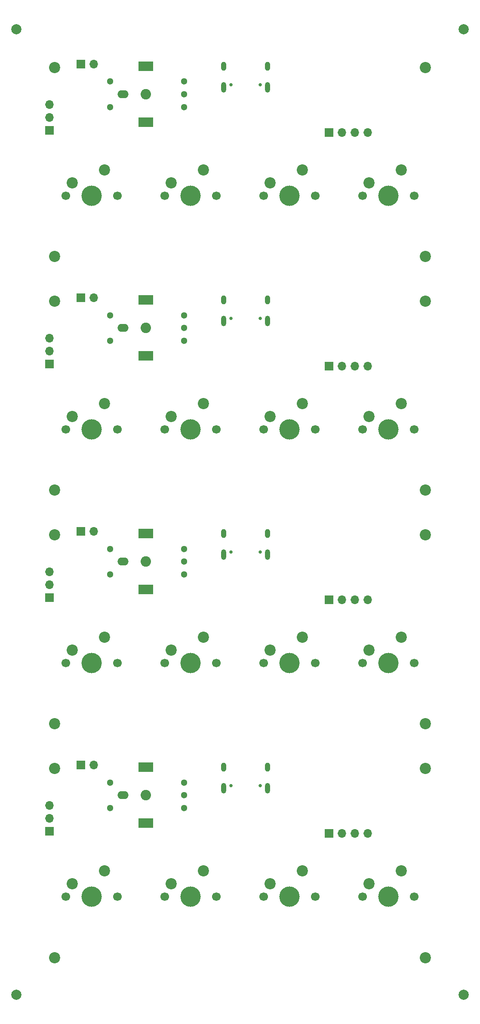
<source format=gbr>
%TF.GenerationSoftware,KiCad,Pcbnew,8.0.0*%
%TF.CreationDate,2024-03-25T13:22:01-05:00*%
%TF.ProjectId,MiniMastermindPanel,4d696e69-4d61-4737-9465-726d696e6450,rev?*%
%TF.SameCoordinates,Original*%
%TF.FileFunction,Soldermask,Bot*%
%TF.FilePolarity,Negative*%
%FSLAX46Y46*%
G04 Gerber Fmt 4.6, Leading zero omitted, Abs format (unit mm)*
G04 Created by KiCad (PCBNEW 8.0.0) date 2024-03-25 13:22:01*
%MOMM*%
%LPD*%
G01*
G04 APERTURE LIST*
%ADD10C,1.000000*%
%ADD11C,2.000000*%
%ADD12R,1.700000X1.700000*%
%ADD13O,1.700000X1.700000*%
%ADD14C,0.650000*%
%ADD15O,1.000000X2.100000*%
%ADD16O,1.000000X1.800000*%
%ADD17C,1.700000*%
%ADD18C,4.000000*%
%ADD19C,2.200000*%
%ADD20R,3.000000X1.900000*%
%ADD21O,2.200000X1.550000*%
%ADD22C,2.050000*%
%ADD23C,1.300000*%
G04 APERTURE END LIST*
D10*
%TO.C,KiKit_FID_B_1*%
X104510650Y-22500000D03*
%TD*%
%TO.C,KiKit_FID_B_3*%
X104510650Y-212414720D03*
%TD*%
%TO.C,KiKit_FID_B_4*%
X192489350Y-212414720D03*
%TD*%
%TO.C,KiKit_FID_B_2*%
X192489350Y-22500000D03*
%TD*%
D11*
%TO.C,KiKit_TO_3*%
X104510650Y-212414720D03*
%TD*%
D12*
%TO.C,J3*%
X166010650Y-180736040D03*
D13*
X168550650Y-180736040D03*
X171090650Y-180736040D03*
X173630650Y-180736040D03*
%TD*%
D14*
%TO.C,J4*%
X152500650Y-79366180D03*
X146720650Y-79366180D03*
D15*
X153930650Y-79866180D03*
D16*
X153930650Y-75716180D03*
D15*
X145290650Y-79866180D03*
D16*
X145290650Y-75716180D03*
%TD*%
D17*
%TO.C,SW1*%
X114250650Y-101178680D03*
D18*
X119330650Y-101178680D03*
D17*
X124410650Y-101178680D03*
D19*
X121870650Y-96098680D03*
X115520650Y-98638680D03*
%TD*%
%TO.C,H2*%
X185010650Y-121957360D03*
%TD*%
D11*
%TO.C,KiKit_TO_4*%
X192489350Y-212414720D03*
%TD*%
D17*
%TO.C,SW5*%
X172650650Y-147157360D03*
D18*
X177730650Y-147157360D03*
D17*
X182810650Y-147157360D03*
D19*
X180270650Y-142077360D03*
X173920650Y-144617360D03*
%TD*%
D20*
%TO.C,SW2*%
X129960650Y-178686040D03*
D21*
X125460650Y-173186040D03*
D22*
X129960650Y-173186040D03*
D20*
X129960650Y-167686040D03*
D23*
X137460650Y-175686040D03*
X137460650Y-170686040D03*
X137460650Y-173186040D03*
X122960650Y-175686040D03*
X122960650Y-170686040D03*
%TD*%
D12*
%TO.C,J5*%
X117135650Y-75278680D03*
D13*
X119675650Y-75278680D03*
%TD*%
D19*
%TO.C,H3*%
X112010650Y-67200000D03*
%TD*%
%TO.C,H1*%
X112010650Y-75978680D03*
%TD*%
%TO.C,H4*%
X185010650Y-205136040D03*
%TD*%
D17*
%TO.C,SW1*%
X114250650Y-193136040D03*
D18*
X119330650Y-193136040D03*
D17*
X124410650Y-193136040D03*
D19*
X121870650Y-188056040D03*
X115520650Y-190596040D03*
%TD*%
D17*
%TO.C,SW3*%
X133717316Y-193136040D03*
D18*
X138797316Y-193136040D03*
D17*
X143877316Y-193136040D03*
D19*
X141337316Y-188056040D03*
X134987316Y-190596040D03*
%TD*%
%TO.C,H2*%
X185010650Y-30000000D03*
%TD*%
D12*
%TO.C,J5*%
X117135650Y-167236040D03*
D13*
X119675650Y-167236040D03*
%TD*%
D14*
%TO.C,J4*%
X152500650Y-33387500D03*
X146720650Y-33387500D03*
D15*
X153930650Y-33887500D03*
D16*
X153930650Y-29737500D03*
D15*
X145290650Y-33887500D03*
D16*
X145290650Y-29737500D03*
%TD*%
D19*
%TO.C,H2*%
X185010650Y-167936040D03*
%TD*%
D12*
%TO.C,J3*%
X166010650Y-88778680D03*
D13*
X168550650Y-88778680D03*
X171090650Y-88778680D03*
X173630650Y-88778680D03*
%TD*%
D19*
%TO.C,H1*%
X112010650Y-121957360D03*
%TD*%
%TO.C,H1*%
X112010650Y-30000000D03*
%TD*%
D17*
%TO.C,SW4*%
X153183982Y-147157360D03*
D18*
X158263982Y-147157360D03*
D17*
X163343982Y-147157360D03*
D19*
X160803982Y-142077360D03*
X154453982Y-144617360D03*
%TD*%
D17*
%TO.C,SW5*%
X172650650Y-101178680D03*
D18*
X177730650Y-101178680D03*
D17*
X182810650Y-101178680D03*
D19*
X180270650Y-96098680D03*
X173920650Y-98638680D03*
%TD*%
%TO.C,H4*%
X185010650Y-67200000D03*
%TD*%
D17*
%TO.C,SW4*%
X153183982Y-101178680D03*
D18*
X158263982Y-101178680D03*
D17*
X163343982Y-101178680D03*
D19*
X160803982Y-96098680D03*
X154453982Y-98638680D03*
%TD*%
D20*
%TO.C,SW2*%
X129960650Y-40750000D03*
D21*
X125460650Y-35250000D03*
D22*
X129960650Y-35250000D03*
D20*
X129960650Y-29750000D03*
D23*
X137460650Y-37750000D03*
X137460650Y-32750000D03*
X137460650Y-35250000D03*
X122960650Y-37750000D03*
X122960650Y-32750000D03*
%TD*%
D19*
%TO.C,H4*%
X185010650Y-113178680D03*
%TD*%
D20*
%TO.C,SW2*%
X129960650Y-86728680D03*
D21*
X125460650Y-81228680D03*
D22*
X129960650Y-81228680D03*
D20*
X129960650Y-75728680D03*
D23*
X137460650Y-83728680D03*
X137460650Y-78728680D03*
X137460650Y-81228680D03*
X122960650Y-83728680D03*
X122960650Y-78728680D03*
%TD*%
D19*
%TO.C,H3*%
X112010650Y-205136040D03*
%TD*%
D12*
%TO.C,J3*%
X166010650Y-134757360D03*
D13*
X168550650Y-134757360D03*
X171090650Y-134757360D03*
X173630650Y-134757360D03*
%TD*%
D11*
%TO.C,KiKit_TO_2*%
X192489350Y-22500000D03*
%TD*%
%TO.C,KiKit_TO_1*%
X104510650Y-22500000D03*
%TD*%
D12*
%TO.C,J1*%
X111010650Y-134282360D03*
D13*
X111010650Y-131742360D03*
X111010650Y-129202360D03*
%TD*%
D19*
%TO.C,H4*%
X185010650Y-159157360D03*
%TD*%
D17*
%TO.C,SW5*%
X172650650Y-55200000D03*
D18*
X177730650Y-55200000D03*
D17*
X182810650Y-55200000D03*
D19*
X180270650Y-50120000D03*
X173920650Y-52660000D03*
%TD*%
D14*
%TO.C,J4*%
X152500650Y-171323540D03*
X146720650Y-171323540D03*
D15*
X153930650Y-171823540D03*
D16*
X153930650Y-167673540D03*
D15*
X145290650Y-171823540D03*
D16*
X145290650Y-167673540D03*
%TD*%
D17*
%TO.C,SW3*%
X133717316Y-55200000D03*
D18*
X138797316Y-55200000D03*
D17*
X143877316Y-55200000D03*
D19*
X141337316Y-50120000D03*
X134987316Y-52660000D03*
%TD*%
D12*
%TO.C,J1*%
X111010650Y-42325000D03*
D13*
X111010650Y-39785000D03*
X111010650Y-37245000D03*
%TD*%
D19*
%TO.C,H3*%
X112010650Y-113178680D03*
%TD*%
D20*
%TO.C,SW2*%
X129960650Y-132707360D03*
D21*
X125460650Y-127207360D03*
D22*
X129960650Y-127207360D03*
D20*
X129960650Y-121707360D03*
D23*
X137460650Y-129707360D03*
X137460650Y-124707360D03*
X137460650Y-127207360D03*
X122960650Y-129707360D03*
X122960650Y-124707360D03*
%TD*%
D14*
%TO.C,J4*%
X152500650Y-125344860D03*
X146720650Y-125344860D03*
D15*
X153930650Y-125844860D03*
D16*
X153930650Y-121694860D03*
D15*
X145290650Y-125844860D03*
D16*
X145290650Y-121694860D03*
%TD*%
D17*
%TO.C,SW4*%
X153183982Y-55200000D03*
D18*
X158263982Y-55200000D03*
D17*
X163343982Y-55200000D03*
D19*
X160803982Y-50120000D03*
X154453982Y-52660000D03*
%TD*%
D12*
%TO.C,J5*%
X117135650Y-29300000D03*
D13*
X119675650Y-29300000D03*
%TD*%
D17*
%TO.C,SW1*%
X114250650Y-55200000D03*
D18*
X119330650Y-55200000D03*
D17*
X124410650Y-55200000D03*
D19*
X121870650Y-50120000D03*
X115520650Y-52660000D03*
%TD*%
%TO.C,H2*%
X185010650Y-75978680D03*
%TD*%
D17*
%TO.C,SW3*%
X133717316Y-101178680D03*
D18*
X138797316Y-101178680D03*
D17*
X143877316Y-101178680D03*
D19*
X141337316Y-96098680D03*
X134987316Y-98638680D03*
%TD*%
D12*
%TO.C,J1*%
X111010650Y-180261040D03*
D13*
X111010650Y-177721040D03*
X111010650Y-175181040D03*
%TD*%
D17*
%TO.C,SW4*%
X153183982Y-193136040D03*
D18*
X158263982Y-193136040D03*
D17*
X163343982Y-193136040D03*
D19*
X160803982Y-188056040D03*
X154453982Y-190596040D03*
%TD*%
%TO.C,H1*%
X112010650Y-167936040D03*
%TD*%
D17*
%TO.C,SW3*%
X133717316Y-147157360D03*
D18*
X138797316Y-147157360D03*
D17*
X143877316Y-147157360D03*
D19*
X141337316Y-142077360D03*
X134987316Y-144617360D03*
%TD*%
%TO.C,H3*%
X112010650Y-159157360D03*
%TD*%
D17*
%TO.C,SW1*%
X114250650Y-147157360D03*
D18*
X119330650Y-147157360D03*
D17*
X124410650Y-147157360D03*
D19*
X121870650Y-142077360D03*
X115520650Y-144617360D03*
%TD*%
D12*
%TO.C,J3*%
X166010650Y-42800000D03*
D13*
X168550650Y-42800000D03*
X171090650Y-42800000D03*
X173630650Y-42800000D03*
%TD*%
D17*
%TO.C,SW5*%
X172650650Y-193136040D03*
D18*
X177730650Y-193136040D03*
D17*
X182810650Y-193136040D03*
D19*
X180270650Y-188056040D03*
X173920650Y-190596040D03*
%TD*%
D12*
%TO.C,J5*%
X117135650Y-121257360D03*
D13*
X119675650Y-121257360D03*
%TD*%
D12*
%TO.C,J1*%
X111010650Y-88303680D03*
D13*
X111010650Y-85763680D03*
X111010650Y-83223680D03*
%TD*%
M02*

</source>
